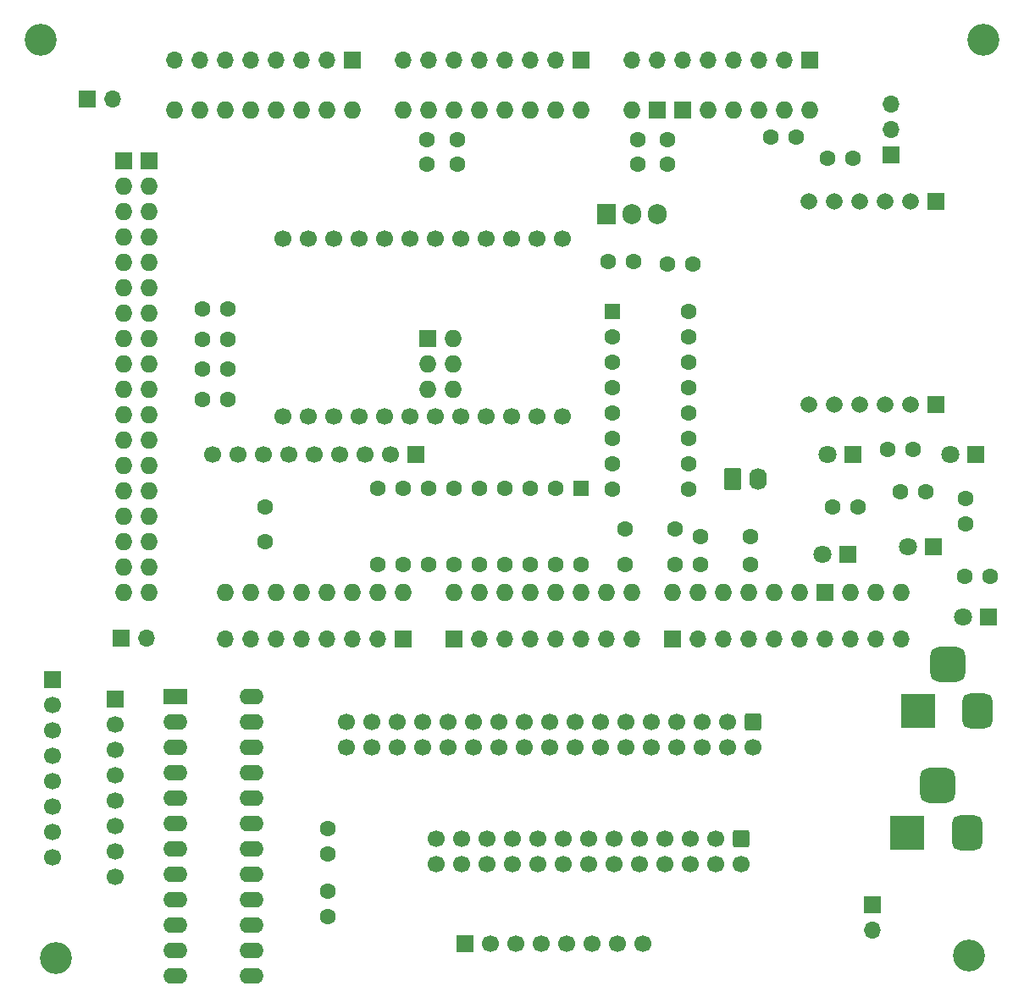
<source format=gbr>
G04 #@! TF.GenerationSoftware,KiCad,Pcbnew,9.0.4*
G04 #@! TF.CreationDate,2025-12-01T20:39:30+10:00*
G04 #@! TF.ProjectId,Jet Ranger DUE Prod Radio Controller,4a657420-5261-46e6-9765-722044554520,rev?*
G04 #@! TF.SameCoordinates,Original*
G04 #@! TF.FileFunction,Soldermask,Bot*
G04 #@! TF.FilePolarity,Negative*
%FSLAX46Y46*%
G04 Gerber Fmt 4.6, Leading zero omitted, Abs format (unit mm)*
G04 Created by KiCad (PCBNEW 9.0.4) date 2025-12-01 20:39:30*
%MOMM*%
%LPD*%
G01*
G04 APERTURE LIST*
G04 Aperture macros list*
%AMRoundRect*
0 Rectangle with rounded corners*
0 $1 Rounding radius*
0 $2 $3 $4 $5 $6 $7 $8 $9 X,Y pos of 4 corners*
0 Add a 4 corners polygon primitive as box body*
4,1,4,$2,$3,$4,$5,$6,$7,$8,$9,$2,$3,0*
0 Add four circle primitives for the rounded corners*
1,1,$1+$1,$2,$3*
1,1,$1+$1,$4,$5*
1,1,$1+$1,$6,$7*
1,1,$1+$1,$8,$9*
0 Add four rect primitives between the rounded corners*
20,1,$1+$1,$2,$3,$4,$5,0*
20,1,$1+$1,$4,$5,$6,$7,0*
20,1,$1+$1,$6,$7,$8,$9,0*
20,1,$1+$1,$8,$9,$2,$3,0*%
G04 Aperture macros list end*
%ADD10R,1.700000X1.700000*%
%ADD11C,1.700000*%
%ADD12C,1.600000*%
%ADD13O,1.727200X1.727200*%
%ADD14R,1.727200X1.727200*%
%ADD15C,3.200000*%
%ADD16O,1.700000X1.700000*%
%ADD17R,2.400000X1.600000*%
%ADD18O,2.400000X1.600000*%
%ADD19RoundRect,0.250000X-0.620000X-0.845000X0.620000X-0.845000X0.620000X0.845000X-0.620000X0.845000X0*%
%ADD20O,1.740000X2.190000*%
%ADD21R,1.800000X1.800000*%
%ADD22C,1.800000*%
%ADD23R,3.500000X3.500000*%
%ADD24RoundRect,0.750000X0.750000X1.000000X-0.750000X1.000000X-0.750000X-1.000000X0.750000X-1.000000X0*%
%ADD25RoundRect,0.875000X0.875000X0.875000X-0.875000X0.875000X-0.875000X-0.875000X0.875000X-0.875000X0*%
%ADD26RoundRect,0.250000X-0.550000X-0.550000X0.550000X-0.550000X0.550000X0.550000X-0.550000X0.550000X0*%
%ADD27RoundRect,0.250000X-0.550000X0.550000X-0.550000X-0.550000X0.550000X-0.550000X0.550000X0.550000X0*%
%ADD28R,1.905000X2.000000*%
%ADD29O,1.905000X2.000000*%
%ADD30R,1.665000X1.665000*%
%ADD31C,1.665000*%
%ADD32RoundRect,0.250000X-0.600000X0.600000X-0.600000X-0.600000X0.600000X-0.600000X0.600000X0.600000X0*%
G04 APERTURE END LIST*
D10*
X74720000Y-129500000D03*
D11*
X77260000Y-129500000D03*
X79800000Y-129500000D03*
X82340000Y-129500000D03*
X84880000Y-129500000D03*
X87420000Y-129500000D03*
X89960000Y-129500000D03*
X92500000Y-129500000D03*
X56560000Y-76750000D03*
X59100000Y-76750000D03*
X61640000Y-76750000D03*
X64180000Y-76750000D03*
X66720000Y-76750000D03*
X69260000Y-76750000D03*
X71800000Y-76750000D03*
X74340000Y-76750000D03*
X76880000Y-76750000D03*
X79420000Y-76750000D03*
X81960000Y-76750000D03*
X84500000Y-76750000D03*
X84500000Y-58970000D03*
X81960000Y-58970000D03*
X79420000Y-58970000D03*
X76880000Y-58970000D03*
X74340000Y-58970000D03*
X71800000Y-58970000D03*
X69260000Y-58970000D03*
X66720000Y-58970000D03*
X64180000Y-58970000D03*
X61640000Y-58970000D03*
X59100000Y-58970000D03*
X56560000Y-58970000D03*
D12*
X73950000Y-49000000D03*
X73950000Y-51500000D03*
X70940000Y-49000000D03*
X70940000Y-51500000D03*
D13*
X109205000Y-46039300D03*
X101585000Y-46039300D03*
X99045000Y-46039300D03*
X70978000Y-73979300D03*
X43165000Y-94299300D03*
X40625000Y-94299300D03*
X86345000Y-46039300D03*
X83805000Y-46039300D03*
X81265000Y-46039300D03*
X78725000Y-46039300D03*
X76185000Y-46039300D03*
X73645000Y-46039300D03*
X71105000Y-46039300D03*
X68565000Y-46039300D03*
X63485000Y-46039300D03*
X60945000Y-46039300D03*
X58405000Y-46039300D03*
X55865000Y-46039300D03*
X113269000Y-94299300D03*
X48245000Y-46039300D03*
X45705000Y-46039300D03*
X73645000Y-94299300D03*
X76185000Y-94299300D03*
X78725000Y-94299300D03*
X81265000Y-94299300D03*
X83805000Y-94299300D03*
X86345000Y-94299300D03*
X88885000Y-94299300D03*
X91425000Y-94299300D03*
X95489000Y-94299300D03*
X98029000Y-94299300D03*
X100569000Y-94299300D03*
X103109000Y-94299300D03*
X105649000Y-94299300D03*
X108189000Y-94299300D03*
X68565000Y-94299300D03*
X66025000Y-94299300D03*
X63485000Y-94299300D03*
X60945000Y-94299300D03*
X58405000Y-94299300D03*
X55865000Y-94299300D03*
X53325000Y-94299300D03*
X50785000Y-94299300D03*
X43165000Y-91759300D03*
X40625000Y-91759300D03*
X43165000Y-89219300D03*
X40625000Y-89219300D03*
X43165000Y-86679300D03*
X40625000Y-86679300D03*
X43165000Y-84139300D03*
X40625000Y-84139300D03*
X43165000Y-81599300D03*
X40625000Y-81599300D03*
X43165000Y-79059300D03*
X40625000Y-79059300D03*
X43165000Y-76519300D03*
X40625000Y-76519300D03*
X43165000Y-73979300D03*
X40625000Y-73979300D03*
X43165000Y-71439300D03*
X40625000Y-71439300D03*
X43165000Y-68899300D03*
X40625000Y-68899300D03*
X43165000Y-66359300D03*
X40625000Y-66359300D03*
X43165000Y-63819300D03*
X40625000Y-63819300D03*
X43165000Y-61279300D03*
X40625000Y-61279300D03*
X43165000Y-58739300D03*
X40625000Y-58739300D03*
X43165000Y-56199300D03*
X40625000Y-56199300D03*
X43165000Y-53659300D03*
X40625000Y-53659300D03*
X53325000Y-46039300D03*
X50785000Y-46039300D03*
D14*
X110729000Y-94299300D03*
X96505000Y-46039300D03*
X93965000Y-46039300D03*
X70978000Y-68899300D03*
X43165000Y-51119300D03*
X40625000Y-51119300D03*
D13*
X106665000Y-46039300D03*
X73518000Y-73979300D03*
X70978000Y-71439300D03*
X104125000Y-46039300D03*
X73518000Y-68899300D03*
X73518000Y-71439300D03*
X118349000Y-94299300D03*
X115809000Y-94299300D03*
X91425000Y-46039300D03*
D15*
X126589800Y-39032100D03*
D12*
X103250000Y-91500000D03*
X98250000Y-91500000D03*
D10*
X63500000Y-41046400D03*
D16*
X60960000Y-41046400D03*
X58420000Y-41046400D03*
X55880000Y-41046400D03*
X53340000Y-41046400D03*
X50800000Y-41046400D03*
X48260000Y-41046400D03*
X45720000Y-41046400D03*
D17*
X45750000Y-104750000D03*
D18*
X45750000Y-107290000D03*
X45750000Y-109830000D03*
X45750000Y-112370000D03*
X45750000Y-114910000D03*
X45750000Y-117450000D03*
X45750000Y-119990000D03*
X45750000Y-122530000D03*
X45750000Y-125070000D03*
X45750000Y-127610000D03*
X45750000Y-130150000D03*
X45750000Y-132690000D03*
X53370000Y-132690000D03*
X53370000Y-130150000D03*
X53370000Y-127610000D03*
X53370000Y-125070000D03*
X53370000Y-122530000D03*
X53370000Y-119990000D03*
X53370000Y-117450000D03*
X53370000Y-114910000D03*
X53370000Y-112370000D03*
X53370000Y-109830000D03*
X53370000Y-107290000D03*
X53370000Y-104750000D03*
D10*
X117298000Y-50550000D03*
D16*
X117298000Y-48010000D03*
X117298000Y-45470000D03*
D10*
X86360000Y-41046400D03*
D16*
X83820000Y-41046400D03*
X81280000Y-41046400D03*
X78740000Y-41046400D03*
X76200000Y-41046400D03*
X73660000Y-41046400D03*
X71120000Y-41046400D03*
X68580000Y-41046400D03*
D19*
X101500000Y-83000000D03*
D20*
X104040000Y-83000000D03*
D12*
X51040000Y-72000000D03*
X48500000Y-72000000D03*
D21*
X113540000Y-80500000D03*
D22*
X111000000Y-80500000D03*
D12*
X61000000Y-117960000D03*
X61000000Y-120500000D03*
X118250000Y-84250000D03*
X120790000Y-84250000D03*
X51040000Y-66000000D03*
X48500000Y-66000000D03*
X124750000Y-87500000D03*
X124750000Y-84960000D03*
D15*
X32300000Y-39000000D03*
D10*
X37000000Y-45000000D03*
D16*
X39540000Y-45000000D03*
D23*
X118949000Y-118350000D03*
D24*
X124949000Y-118350000D03*
D25*
X121949000Y-113650000D03*
D26*
X89515000Y-66250000D03*
D12*
X89515000Y-68790000D03*
X89515000Y-71330000D03*
X89515000Y-73870000D03*
X89515000Y-76410000D03*
X89515000Y-78950000D03*
X89515000Y-81490000D03*
X89515000Y-84030000D03*
X97135000Y-84030000D03*
X97135000Y-81490000D03*
X97135000Y-78950000D03*
X97135000Y-76410000D03*
X97135000Y-73870000D03*
X97135000Y-71330000D03*
X97135000Y-68790000D03*
X97135000Y-66250000D03*
D15*
X125101000Y-130612200D03*
D21*
X127040000Y-96750000D03*
D22*
X124500000Y-96750000D03*
D12*
X54750000Y-85750000D03*
X54750000Y-89250000D03*
D21*
X125770000Y-80500000D03*
D22*
X123230000Y-80500000D03*
D27*
X86320000Y-83880000D03*
D12*
X83780000Y-83880000D03*
X81240000Y-83880000D03*
X78700000Y-83880000D03*
X76160000Y-83880000D03*
X73620000Y-83880000D03*
X71080000Y-83880000D03*
X68540000Y-83880000D03*
X66000000Y-83880000D03*
X66000000Y-91500000D03*
X68540000Y-91500000D03*
X71080000Y-91500000D03*
X73620000Y-91500000D03*
X76160000Y-91500000D03*
X78700000Y-91500000D03*
X81240000Y-91500000D03*
X83780000Y-91500000D03*
X86320000Y-91500000D03*
X51040000Y-69000000D03*
X48500000Y-69000000D03*
X51000000Y-75000000D03*
X48460000Y-75000000D03*
X124710000Y-92750000D03*
X127250000Y-92750000D03*
X117000000Y-80000000D03*
X119540000Y-80000000D03*
D10*
X68580000Y-98958400D03*
D16*
X66040000Y-98958400D03*
X63500000Y-98958400D03*
X60960000Y-98958400D03*
X58420000Y-98958400D03*
X55880000Y-98958400D03*
X53340000Y-98958400D03*
X50800000Y-98958400D03*
D10*
X33500000Y-103000000D03*
D11*
X33500000Y-105540000D03*
X33500000Y-108080000D03*
X33500000Y-110620000D03*
X33500000Y-113160000D03*
X33500000Y-115700000D03*
X33500000Y-118240000D03*
X33500000Y-120780000D03*
D12*
X94960000Y-61500000D03*
X97500000Y-61500000D03*
D28*
X88920000Y-56500000D03*
D29*
X91460000Y-56500000D03*
X94000000Y-56500000D03*
D15*
X33851800Y-130929500D03*
D30*
X121809000Y-55183300D03*
D31*
X119269000Y-55183300D03*
X116729000Y-55183300D03*
X114189000Y-55183300D03*
X111649000Y-55183300D03*
X109109000Y-55183300D03*
D30*
X121809000Y-75503300D03*
D31*
X119269000Y-75503300D03*
X116729000Y-75503300D03*
X114189000Y-75503300D03*
X111649000Y-75503300D03*
X109109000Y-75503300D03*
D21*
X113040000Y-90500000D03*
D22*
X110500000Y-90500000D03*
D12*
X111455000Y-85750000D03*
X113995000Y-85750000D03*
D10*
X109220000Y-41046400D03*
D16*
X106680000Y-41046400D03*
X104140000Y-41046400D03*
X101600000Y-41046400D03*
X99060000Y-41046400D03*
X96520000Y-41046400D03*
X93980000Y-41046400D03*
X91440000Y-41046400D03*
D12*
X95000000Y-51500000D03*
X95000000Y-49000000D03*
D10*
X115450000Y-125560000D03*
D16*
X115450000Y-128100000D03*
D12*
X61000000Y-126750000D03*
X61000000Y-124250000D03*
X110960000Y-50900000D03*
X113500000Y-50900000D03*
X89037500Y-61212500D03*
X91577500Y-61212500D03*
D32*
X103530000Y-107250000D03*
D11*
X103530000Y-109790000D03*
X100990000Y-107250000D03*
X100990000Y-109790000D03*
X98450000Y-107250000D03*
X98450000Y-109790000D03*
X95910000Y-107250000D03*
X95910000Y-109790000D03*
X93370000Y-107250000D03*
X93370000Y-109790000D03*
X90830000Y-107250000D03*
X90830000Y-109790000D03*
X88290000Y-107250000D03*
X88290000Y-109790000D03*
X85750000Y-107250000D03*
X85750000Y-109790000D03*
X83210000Y-107250000D03*
X83210000Y-109790000D03*
X80670000Y-107250000D03*
X80670000Y-109790000D03*
X78130000Y-107250000D03*
X78130000Y-109790000D03*
X75590000Y-107250000D03*
X75590000Y-109790000D03*
X73050000Y-107250000D03*
X73050000Y-109790000D03*
X70510000Y-107250000D03*
X70510000Y-109790000D03*
X67970000Y-107250000D03*
X67970000Y-109790000D03*
X65430000Y-107250000D03*
X65430000Y-109790000D03*
X62890000Y-107250000D03*
X62890000Y-109790000D03*
D12*
X105350000Y-48750000D03*
X107890000Y-48750000D03*
X91990000Y-51500000D03*
X91990000Y-49000000D03*
D10*
X39750000Y-105000000D03*
D11*
X39750000Y-107540000D03*
X39750000Y-110080000D03*
X39750000Y-112620000D03*
X39750000Y-115160000D03*
X39750000Y-117700000D03*
X39750000Y-120240000D03*
X39750000Y-122780000D03*
D21*
X121540000Y-89750000D03*
D22*
X119000000Y-89750000D03*
D12*
X103250000Y-88750000D03*
X98250000Y-88750000D03*
X95750000Y-88000000D03*
X90750000Y-88000000D03*
D10*
X69820000Y-80500000D03*
D11*
X67280000Y-80500000D03*
X64740000Y-80500000D03*
X62200000Y-80500000D03*
X59660000Y-80500000D03*
X57120000Y-80500000D03*
X54580000Y-80500000D03*
X52040000Y-80500000D03*
X49500000Y-80500000D03*
D23*
X120000000Y-106207500D03*
D24*
X126000000Y-106207500D03*
D25*
X123000000Y-101507500D03*
D10*
X95504000Y-98958400D03*
D16*
X98044000Y-98958400D03*
X100584000Y-98958400D03*
X103124000Y-98958400D03*
X105664000Y-98958400D03*
X108204000Y-98958400D03*
X110744000Y-98958400D03*
X113284000Y-98958400D03*
X115824000Y-98958400D03*
X118364000Y-98958400D03*
D32*
X102330000Y-119000000D03*
D11*
X102330000Y-121540000D03*
X99790000Y-119000000D03*
X99790000Y-121540000D03*
X97250000Y-119000000D03*
X97250000Y-121540000D03*
X94710000Y-119000000D03*
X94710000Y-121540000D03*
X92170000Y-119000000D03*
X92170000Y-121540000D03*
X89630000Y-119000000D03*
X89630000Y-121540000D03*
X87090000Y-119000000D03*
X87090000Y-121540000D03*
X84550000Y-119000000D03*
X84550000Y-121540000D03*
X82010000Y-119000000D03*
X82010000Y-121540000D03*
X79470000Y-119000000D03*
X79470000Y-121540000D03*
X76930000Y-119000000D03*
X76930000Y-121540000D03*
X74390000Y-119000000D03*
X74390000Y-121540000D03*
X71850000Y-119000000D03*
X71850000Y-121540000D03*
D12*
X95750000Y-91500000D03*
X90750000Y-91500000D03*
D10*
X40411400Y-98933000D03*
D16*
X42951400Y-98933000D03*
D10*
X73660000Y-98958400D03*
D16*
X76200000Y-98958400D03*
X78740000Y-98958400D03*
X81280000Y-98958400D03*
X83820000Y-98958400D03*
X86360000Y-98958400D03*
X88900000Y-98958400D03*
X91440000Y-98958400D03*
M02*

</source>
